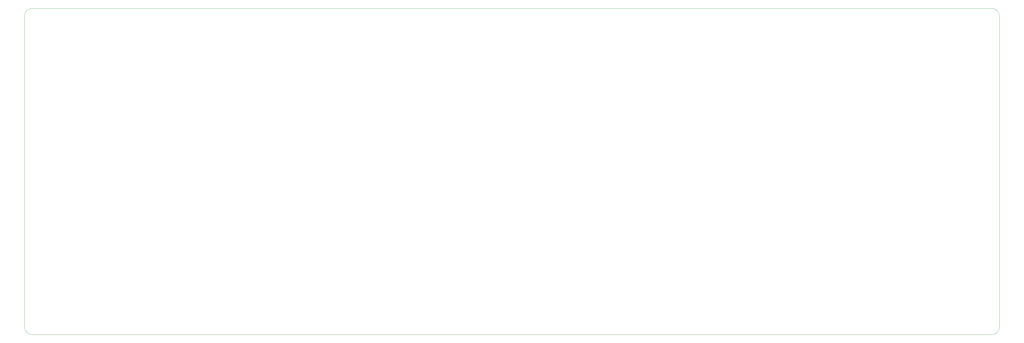
<source format=gbr>
%TF.GenerationSoftware,KiCad,Pcbnew,(7.0.0)*%
%TF.CreationDate,2023-12-09T11:02:40+00:00*%
%TF.ProjectId,TKL_PCB,544b4c5f-5043-4422-9e6b-696361645f70,rev?*%
%TF.SameCoordinates,Original*%
%TF.FileFunction,Profile,NP*%
%FSLAX46Y46*%
G04 Gerber Fmt 4.6, Leading zero omitted, Abs format (unit mm)*
G04 Created by KiCad (PCBNEW (7.0.0)) date 2023-12-09 11:02:40*
%MOMM*%
%LPD*%
G01*
G04 APERTURE LIST*
%TA.AperFunction,Profile*%
%ADD10C,0.100000*%
%TD*%
G04 APERTURE END LIST*
D10*
X16392066Y-134438684D02*
G75*
G03*
X19392061Y-137438684I2999994J-6D01*
G01*
X19392061Y-12235693D02*
X387102367Y-12235693D01*
X387102367Y-137438684D02*
X19392061Y-137438684D01*
X390102367Y-15235693D02*
X390102367Y-134438684D01*
X19392061Y-12235691D02*
G75*
G03*
X16392061Y-15235693I-1J-2999999D01*
G01*
X387102367Y-137438667D02*
G75*
G03*
X390102367Y-134438684I33J2999967D01*
G01*
X390102407Y-15235693D02*
G75*
G03*
X387102367Y-12235693I-3000007J-7D01*
G01*
X16392061Y-134438684D02*
X16392061Y-15235693D01*
M02*

</source>
